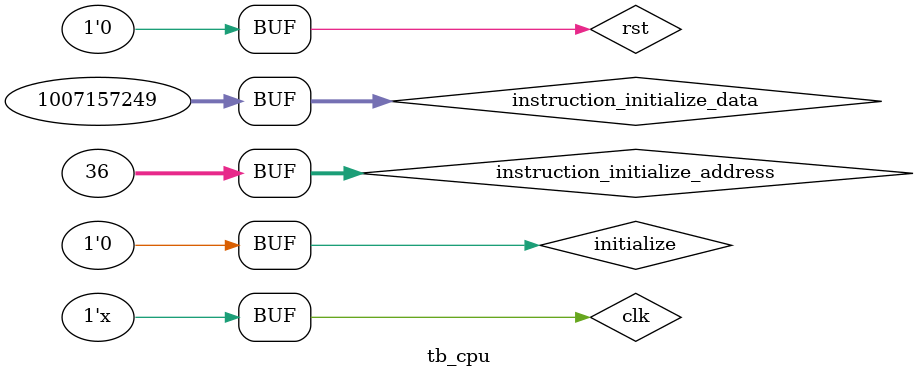
<source format=v>
`timescale 1ns / 1ns


module tb_cpu;

	// Inputs
	reg rst;
	reg clk;
	reg initialize;
	reg [31:0] instruction_initialize_data;
	reg [31:0] instruction_initialize_address;

	// Instantiate the Unit Under Test (UUT)
	cpu uut (
		.rst(rst), 
		.clk(clk), 
		.initialize(initialize), 
		.instruction_initialize_data(instruction_initialize_data), 
		.instruction_initialize_address(instruction_initialize_address)
	);

	initial begin
		// Initialize Inputs
		rst = 1;
		clk = 0;
		initialize = 1;
		instruction_initialize_data = 0;
		instruction_initialize_address = 0;

		#100;
		

      
		instruction_initialize_address = 0;
		instruction_initialize_data = 32'b000000_00000_00010_00001_00000_10_0000;      // ADD R1, R0, R2
		#20;
		instruction_initialize_address = 4;
		instruction_initialize_data = 32'b000000_00100_00100_01000_00000_10_0010;      // SUB R8, R4, R4
		#20;
		instruction_initialize_address = 8;
		instruction_initialize_data = 32'b000000_00101_00110_00111_00000_10_0101;      // OR R7, R5, R6
//		#20;
//		instruction_initialize_address = 12;
//		instruction_initialize_data = 32'b101011_00000_01001_00000_00000_00_1100;      // SW R9, 12(R0)
//		#20;
//		instruction_initialize_address = 16;
//		instruction_initialize_data = 32'b100011_00000_01100_00000_00000_00_1100;      // LW R12, 12(R0)
		#20	
        instruction_initialize_address = 12;
		instruction_initialize_data = 32'b000011_00000_00010_00000_00000_00_0011;      // BNE R0, R0, 1
		#20;
		instruction_initialize_address = 16;
        instruction_initialize_data = 32'b000000_00110_00101_00010_00000_10_0110;     // XOR R2, R6, R5
        #20;
        instruction_initialize_address = 20;
        instruction_initialize_data = 32'b000000_00101_01000_00011_00000_10_0111;     // NOR R3, R8, R5
        #20;
        instruction_initialize_address = 24;
        instruction_initialize_data = 32'b000000_00101_01000_01001_00000_10_1010;     // SLT R9, R8, R5
//        #20;
//        instruction_initialize_address = 24;
//        instruction_initialize_data = 32'b000010_00000_00000_00000_00000_00_0010;     // J @
        #20;
        instruction_initialize_address = 28;
        instruction_initialize_data = 32'b001000_00101_01001_00000_00000_00_0001;     // ADDI R9, R8, 1
        #20;
        instruction_initialize_address = 32;
        instruction_initialize_data = 32'b001100_00101_01001_00000_00000_00_0001;     // ANDI R9, R8, 1
        #20;
        instruction_initialize_address = 36;
        instruction_initialize_data = 32'b001111_00000_01000_00000_00000_00_0001;     // LUI R8, 1
                

		initialize = 0;
		rst = 0;
		
	end
      
always
#5 clk = ~clk;
endmodule
</source>
